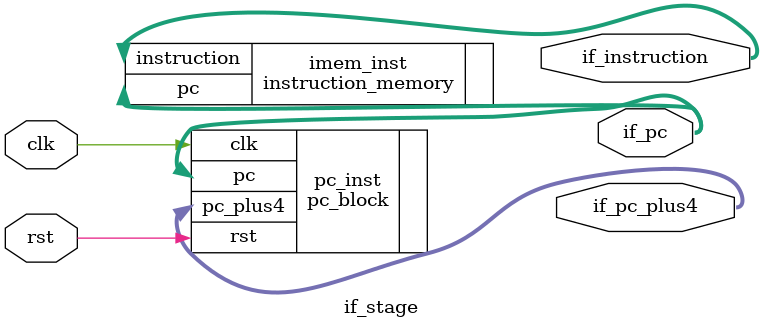
<source format=v>
/*module top_fetch (
    input  wire        clk,
    input  wire        rst,
    output wire [31:0] instruction,
    output wire [31:0] pc
);

    // Instantiate PC block
    pc_block u_pc (
        .clk(clk),
        .rst(rst),
        .pc(pc)
    );

    // Instantiate Instruction Memory
    instruction_memory u_imm (
        .pc(pc),
        .instruction(instruction)
    );

endmodule*/



module if_stage (
    input  wire        clk,
    input  wire        rst,
    output wire [31:0] if_pc,
    output wire [31:0] if_pc_plus4,
    output wire [31:0] if_instruction
);

    // PC block
    pc_block pc_inst (
        .clk(clk),
        .rst(rst),
        .pc(if_pc),
        .pc_plus4(if_pc_plus4)
    );

    // Instruction Memory
    instruction_memory imem_inst (
        .pc(if_pc),
        .instruction(if_instruction)
    );

endmodule



</source>
